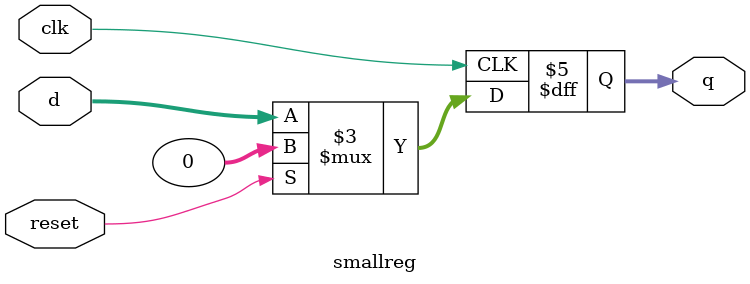
<source format=sv>
module smallreg # (parameter WIDTH = 32)(
    input logic clk, reset,
    input logic [WIDTH - 1 : 0] d,
    output logic [WIDTH - 1 : 0] q
    );
    always_ff @(negedge clk)
        if (reset) q <= 0;
        else q <= d;
endmodule

</source>
